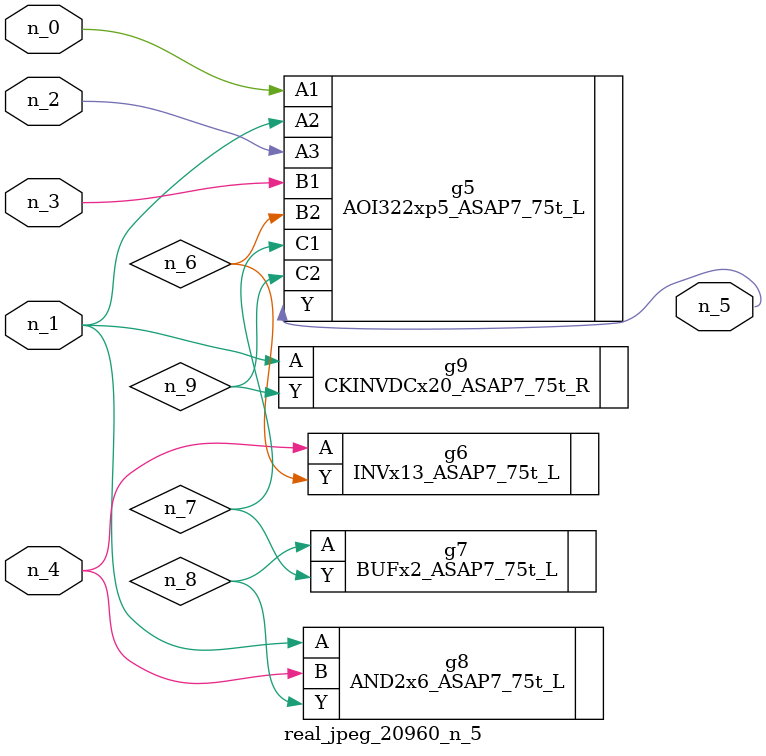
<source format=v>
module real_jpeg_20960_n_5 (n_4, n_0, n_1, n_2, n_3, n_5);

input n_4;
input n_0;
input n_1;
input n_2;
input n_3;

output n_5;

wire n_8;
wire n_6;
wire n_7;
wire n_9;

AOI322xp5_ASAP7_75t_L g5 ( 
.A1(n_0),
.A2(n_1),
.A3(n_2),
.B1(n_3),
.B2(n_6),
.C1(n_7),
.C2(n_9),
.Y(n_5)
);

AND2x6_ASAP7_75t_L g8 ( 
.A(n_1),
.B(n_4),
.Y(n_8)
);

CKINVDCx20_ASAP7_75t_R g9 ( 
.A(n_1),
.Y(n_9)
);

INVx13_ASAP7_75t_L g6 ( 
.A(n_4),
.Y(n_6)
);

BUFx2_ASAP7_75t_L g7 ( 
.A(n_8),
.Y(n_7)
);


endmodule
</source>
